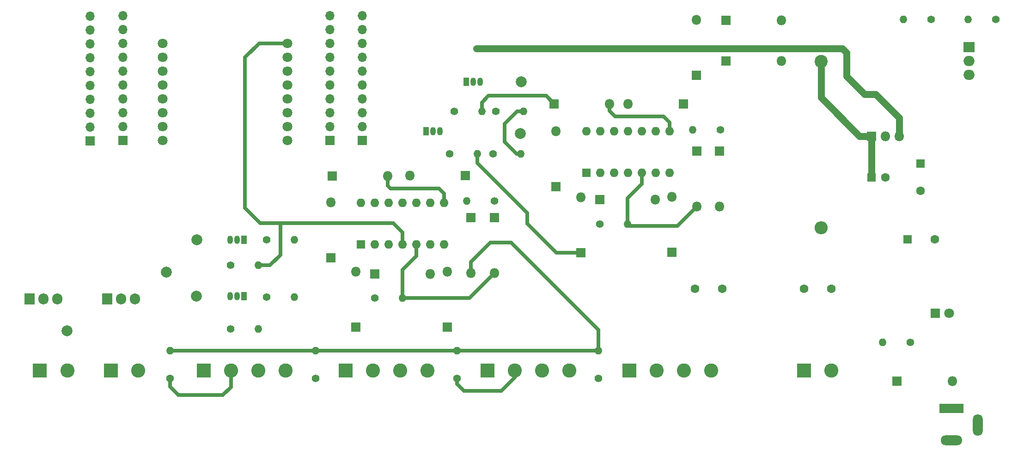
<source format=gbr>
%TF.GenerationSoftware,KiCad,Pcbnew,(5.1.6-0-10_14)*%
%TF.CreationDate,2020-06-01T17:05:25+10:00*%
%TF.ProjectId,Alarm_board_v_1_0,416c6172-6d5f-4626-9f61-72645f765f31,rev?*%
%TF.SameCoordinates,Original*%
%TF.FileFunction,Copper,L1,Top*%
%TF.FilePolarity,Positive*%
%FSLAX46Y46*%
G04 Gerber Fmt 4.6, Leading zero omitted, Abs format (unit mm)*
G04 Created by KiCad (PCBNEW (5.1.6-0-10_14)) date 2020-06-01 17:05:25*
%MOMM*%
%LPD*%
G01*
G04 APERTURE LIST*
%TA.AperFunction,ComponentPad*%
%ADD10R,1.800000X1.800000*%
%TD*%
%TA.AperFunction,ComponentPad*%
%ADD11O,1.800000X1.800000*%
%TD*%
%TA.AperFunction,ComponentPad*%
%ADD12R,2.000000X1.905000*%
%TD*%
%TA.AperFunction,ComponentPad*%
%ADD13O,2.000000X1.905000*%
%TD*%
%TA.AperFunction,ComponentPad*%
%ADD14C,1.600000*%
%TD*%
%TA.AperFunction,ComponentPad*%
%ADD15O,1.800000X4.000000*%
%TD*%
%TA.AperFunction,ComponentPad*%
%ADD16O,4.000000X1.800000*%
%TD*%
%TA.AperFunction,ComponentPad*%
%ADD17R,4.400000X1.800000*%
%TD*%
%TA.AperFunction,ComponentPad*%
%ADD18R,2.600000X2.600000*%
%TD*%
%TA.AperFunction,ComponentPad*%
%ADD19C,2.600000*%
%TD*%
%TA.AperFunction,ComponentPad*%
%ADD20R,1.700000X1.700000*%
%TD*%
%TA.AperFunction,ComponentPad*%
%ADD21O,1.700000X1.700000*%
%TD*%
%TA.AperFunction,ComponentPad*%
%ADD22R,1.905000X2.000000*%
%TD*%
%TA.AperFunction,ComponentPad*%
%ADD23O,1.905000X2.000000*%
%TD*%
%TA.AperFunction,ComponentPad*%
%ADD24C,1.400000*%
%TD*%
%TA.AperFunction,ComponentPad*%
%ADD25O,1.400000X1.400000*%
%TD*%
%TA.AperFunction,ComponentPad*%
%ADD26C,1.800000*%
%TD*%
%TA.AperFunction,ComponentPad*%
%ADD27R,1.600000X1.600000*%
%TD*%
%TA.AperFunction,ComponentPad*%
%ADD28O,1.600000X1.600000*%
%TD*%
%TA.AperFunction,ComponentPad*%
%ADD29C,2.400000*%
%TD*%
%TA.AperFunction,ComponentPad*%
%ADD30O,2.400000X2.400000*%
%TD*%
%TA.AperFunction,ComponentPad*%
%ADD31C,2.000000*%
%TD*%
%TA.AperFunction,ComponentPad*%
%ADD32R,1.050000X1.500000*%
%TD*%
%TA.AperFunction,ComponentPad*%
%ADD33O,1.050000X1.500000*%
%TD*%
%TA.AperFunction,ViaPad*%
%ADD34C,0.800000*%
%TD*%
%TA.AperFunction,Conductor*%
%ADD35C,0.635000*%
%TD*%
%TA.AperFunction,Conductor*%
%ADD36C,1.270000*%
%TD*%
G04 APERTURE END LIST*
D10*
%TO.P,U3,1*%
%TO.N,Net-(C2-Pad1)*%
X199378000Y-97068000D03*
D11*
%TO.P,U3,2*%
%TO.N,GND*%
X201918000Y-97068000D03*
%TO.P,U3,3*%
%TO.N,+5V*%
X204458000Y-97068000D03*
%TD*%
D12*
%TO.P,U2,1*%
%TO.N,Net-(R8-Pad1)*%
X217194000Y-80762000D03*
D13*
%TO.P,U2,2*%
%TO.N,Net-(C2-Pad1)*%
X217194000Y-83302000D03*
%TO.P,U2,3*%
%TO.N,Net-(C1-Pad1)*%
X217194000Y-85842000D03*
%TD*%
D14*
%TO.P,F1,2*%
%TO.N,Net-(F1-Pad2)*%
X192000000Y-125000000D03*
%TO.P,F1,1*%
%TO.N,Net-(F1-Pad1)*%
X187000000Y-125000000D03*
%TD*%
%TO.P,F2,1*%
%TO.N,+12V*%
X167000000Y-125000000D03*
%TO.P,F2,2*%
%TO.N,Net-(D16-Pad1)*%
X172000000Y-125000000D03*
%TD*%
D15*
%TO.P,J4,3*%
%TO.N,N/C*%
X218800000Y-150000000D03*
D16*
%TO.P,J4,2*%
%TO.N,GND*%
X214000000Y-152800000D03*
D17*
%TO.P,J4,1*%
%TO.N,Net-(D5-Pad2)*%
X214000000Y-147000000D03*
%TD*%
D18*
%TO.P,J3,1*%
%TO.N,GND*%
X187000000Y-140000000D03*
D19*
%TO.P,J3,2*%
%TO.N,Net-(F1-Pad2)*%
X192000000Y-140000000D03*
%TD*%
%TO.P,J1,4*%
%TO.N,GND*%
X170000000Y-140000000D03*
%TO.P,J1,3*%
X165000000Y-140000000D03*
%TO.P,J1,2*%
%TO.N,Net-(J1-Pad2)*%
X160000000Y-140000000D03*
D18*
%TO.P,J1,1*%
%TO.N,+12V*%
X155000000Y-140000000D03*
%TD*%
%TO.P,J2,1*%
%TO.N,+12V*%
X129000000Y-140000000D03*
D19*
%TO.P,J2,2*%
%TO.N,Net-(J2-Pad2)*%
X134000000Y-140000000D03*
%TO.P,J2,3*%
%TO.N,GND*%
X139000000Y-140000000D03*
%TO.P,J2,4*%
X144000000Y-140000000D03*
%TD*%
D18*
%TO.P,J5,1*%
%TO.N,+12V*%
X103000000Y-140000000D03*
D19*
%TO.P,J5,2*%
%TO.N,Net-(J5-Pad2)*%
X108000000Y-140000000D03*
%TO.P,J5,3*%
%TO.N,GND*%
X113000000Y-140000000D03*
%TO.P,J5,4*%
X118000000Y-140000000D03*
%TD*%
%TO.P,J6,4*%
%TO.N,GND*%
X92000000Y-140000000D03*
%TO.P,J6,3*%
X87000000Y-140000000D03*
%TO.P,J6,2*%
%TO.N,Net-(J6-Pad2)*%
X82000000Y-140000000D03*
D18*
%TO.P,J6,1*%
%TO.N,+12V*%
X77000000Y-140000000D03*
%TD*%
%TO.P,J7,1*%
%TO.N,Net-(J7-Pad1)*%
X47000000Y-140000000D03*
D19*
%TO.P,J7,2*%
%TO.N,+12V*%
X52000000Y-140000000D03*
%TD*%
%TO.P,J9,2*%
%TO.N,+12V*%
X65000000Y-140000000D03*
D18*
%TO.P,J9,1*%
%TO.N,Net-(J9-Pad1)*%
X60000000Y-140000000D03*
%TD*%
D20*
%TO.P,J13,1*%
%TO.N,/RST*%
X100101400Y-97840800D03*
D21*
%TO.P,J13,2*%
%TO.N,/AO*%
X100101400Y-95300800D03*
%TO.P,J13,3*%
%TO.N,/DO*%
X100101400Y-92760800D03*
%TO.P,J13,4*%
%TO.N,/D5*%
X100101400Y-90220800D03*
%TO.P,J13,5*%
%TO.N,/D6*%
X100101400Y-87680800D03*
%TO.P,J13,6*%
%TO.N,/D7*%
X100101400Y-85140800D03*
%TO.P,J13,7*%
%TO.N,/D8*%
X100101400Y-82600800D03*
%TO.P,J13,8*%
%TO.N,+3V3*%
X100101400Y-80060800D03*
%TO.P,J13,9*%
%TO.N,Net-(J13-Pad9)*%
X100101400Y-77520800D03*
%TO.P,J13,10*%
%TO.N,Net-(J13-Pad10)*%
X100101400Y-74980800D03*
%TD*%
%TO.P,J14,10*%
%TO.N,Net-(J14-Pad10)*%
X62220000Y-74992000D03*
%TO.P,J14,9*%
%TO.N,Net-(J14-Pad9)*%
X62220000Y-77532000D03*
%TO.P,J14,8*%
%TO.N,+5V*%
X62220000Y-80072000D03*
%TO.P,J14,7*%
%TO.N,GND*%
X62220000Y-82612000D03*
%TO.P,J14,6*%
%TO.N,/D4*%
X62220000Y-85152000D03*
%TO.P,J14,5*%
%TO.N,/D3*%
X62220000Y-87692000D03*
%TO.P,J14,4*%
%TO.N,/D2*%
X62220000Y-90232000D03*
%TO.P,J14,3*%
%TO.N,/D1*%
X62220000Y-92772000D03*
%TO.P,J14,2*%
%TO.N,/RX*%
X62220000Y-95312000D03*
D20*
%TO.P,J14,1*%
%TO.N,/TX*%
X62220000Y-97852000D03*
%TD*%
D22*
%TO.P,Q5,1*%
%TO.N,Net-(H5-Pad1)*%
X45100000Y-126900000D03*
D23*
%TO.P,Q5,2*%
%TO.N,Net-(J7-Pad1)*%
X47640000Y-126900000D03*
%TO.P,Q5,3*%
%TO.N,GND*%
X50180000Y-126900000D03*
%TD*%
%TO.P,Q6,3*%
%TO.N,GND*%
X64380000Y-126900000D03*
%TO.P,Q6,2*%
%TO.N,Net-(J9-Pad1)*%
X61840000Y-126900000D03*
D22*
%TO.P,Q6,1*%
%TO.N,Net-(H6-Pad1)*%
X59300000Y-126900000D03*
%TD*%
D24*
%TO.P,R1,1*%
%TO.N,Net-(J1-Pad2)*%
X149352000Y-141478000D03*
D25*
%TO.P,R1,2*%
%TO.N,+3V3*%
X149352000Y-136398000D03*
%TD*%
%TO.P,R2,2*%
%TO.N,+3V3*%
X123444000Y-136398000D03*
D24*
%TO.P,R2,1*%
%TO.N,Net-(J2-Pad2)*%
X123444000Y-141478000D03*
%TD*%
%TO.P,R4,1*%
%TO.N,Net-(D3-Pad1)*%
X171653200Y-95935800D03*
D25*
%TO.P,R4,2*%
%TO.N,Net-(D4-Pad2)*%
X166573200Y-95935800D03*
%TD*%
D24*
%TO.P,R3,1*%
%TO.N,Net-(D1-Pad1)*%
X149580600Y-113182400D03*
D25*
%TO.P,R3,2*%
%TO.N,Net-(D2-Pad2)*%
X154660600Y-113182400D03*
%TD*%
%TO.P,R8,2*%
%TO.N,Net-(C2-Pad1)*%
X205206600Y-75717400D03*
D24*
%TO.P,R8,1*%
%TO.N,Net-(R8-Pad1)*%
X210286600Y-75717400D03*
%TD*%
%TO.P,R9,1*%
%TO.N,GND*%
X222148400Y-75717400D03*
D25*
%TO.P,R9,2*%
%TO.N,Net-(R8-Pad1)*%
X217068400Y-75717400D03*
%TD*%
%TO.P,R10,2*%
%TO.N,+3V3*%
X97536000Y-136398000D03*
D24*
%TO.P,R10,1*%
%TO.N,Net-(J5-Pad2)*%
X97536000Y-141478000D03*
%TD*%
%TO.P,R11,1*%
%TO.N,Net-(J6-Pad2)*%
X70866000Y-141478000D03*
D25*
%TO.P,R11,2*%
%TO.N,+3V3*%
X70866000Y-136398000D03*
%TD*%
D24*
%TO.P,R12,1*%
%TO.N,Net-(D12-Pad1)*%
X108305600Y-126746000D03*
D25*
%TO.P,R12,2*%
%TO.N,Net-(D13-Pad2)*%
X113385600Y-126746000D03*
%TD*%
%TO.P,R13,2*%
%TO.N,Net-(D15-Pad2)*%
X125222000Y-108966000D03*
D24*
%TO.P,R13,1*%
%TO.N,Net-(D14-Pad1)*%
X130302000Y-108966000D03*
%TD*%
D26*
%TO.P,U5,16*%
%TO.N,/TX*%
X69490000Y-97842000D03*
%TO.P,U5,1*%
%TO.N,/RST*%
X92350000Y-97842000D03*
%TO.P,U5,15*%
%TO.N,/RX*%
X69490000Y-95302000D03*
%TO.P,U5,2*%
%TO.N,/AO*%
X92350000Y-95302000D03*
%TO.P,U5,14*%
%TO.N,/D1*%
X69490000Y-92762000D03*
%TO.P,U5,3*%
%TO.N,/DO*%
X92350000Y-92762000D03*
%TO.P,U5,13*%
%TO.N,/D2*%
X69490000Y-90222000D03*
%TO.P,U5,4*%
%TO.N,/D5*%
X92350000Y-90222000D03*
%TO.P,U5,12*%
%TO.N,/D3*%
X69490000Y-87682000D03*
%TO.P,U5,5*%
%TO.N,/D6*%
X92350000Y-87682000D03*
%TO.P,U5,11*%
%TO.N,/D4*%
X69490000Y-85142000D03*
%TO.P,U5,6*%
%TO.N,/D7*%
X92350000Y-85142000D03*
%TO.P,U5,10*%
%TO.N,GND*%
X69490000Y-82602000D03*
%TO.P,U5,7*%
%TO.N,/D8*%
X92350000Y-82602000D03*
%TO.P,U5,9*%
%TO.N,+5V*%
X69490000Y-80062000D03*
%TO.P,U5,8*%
%TO.N,+3V3*%
X92350000Y-80062000D03*
%TD*%
D27*
%TO.P,U1,1*%
%TO.N,Net-(D6-Pad2)*%
X147139000Y-103770800D03*
D28*
%TO.P,U1,8*%
%TO.N,Net-(D8-Pad2)*%
X162379000Y-96150800D03*
%TO.P,U1,2*%
%TO.N,Net-(D1-Pad1)*%
X149679000Y-103770800D03*
%TO.P,U1,9*%
%TO.N,Net-(D3-Pad1)*%
X159839000Y-96150800D03*
%TO.P,U1,3*%
%TO.N,/zone1*%
X152219000Y-103770800D03*
%TO.P,U1,10*%
%TO.N,/zone2*%
X157299000Y-96150800D03*
%TO.P,U1,4*%
%TO.N,+3V3*%
X154759000Y-103770800D03*
%TO.P,U1,11*%
%TO.N,GND*%
X154759000Y-96150800D03*
%TO.P,U1,5*%
%TO.N,Net-(D2-Pad2)*%
X157299000Y-103770800D03*
%TO.P,U1,12*%
%TO.N,Net-(D4-Pad2)*%
X152219000Y-96150800D03*
%TO.P,U1,6*%
%TO.N,/zone1*%
X159839000Y-103770800D03*
%TO.P,U1,13*%
%TO.N,/zone2*%
X149679000Y-96150800D03*
%TO.P,U1,7*%
%TO.N,Net-(D7-Pad2)*%
X162379000Y-103770800D03*
%TO.P,U1,14*%
%TO.N,Net-(D9-Pad2)*%
X147139000Y-96150800D03*
%TD*%
%TO.P,U4,14*%
%TO.N,Net-(D20-Pad2)*%
X105786200Y-109259800D03*
%TO.P,U4,7*%
%TO.N,Net-(D18-Pad2)*%
X121026200Y-116879800D03*
%TO.P,U4,13*%
%TO.N,/zone4*%
X108326200Y-109259800D03*
%TO.P,U4,6*%
%TO.N,/zone3*%
X118486200Y-116879800D03*
%TO.P,U4,12*%
%TO.N,Net-(D15-Pad2)*%
X110866200Y-109259800D03*
%TO.P,U4,5*%
%TO.N,Net-(D13-Pad2)*%
X115946200Y-116879800D03*
%TO.P,U4,11*%
%TO.N,GND*%
X113406200Y-109259800D03*
%TO.P,U4,4*%
%TO.N,+3V3*%
X113406200Y-116879800D03*
%TO.P,U4,10*%
%TO.N,/zone4*%
X115946200Y-109259800D03*
%TO.P,U4,3*%
%TO.N,/zone3*%
X110866200Y-116879800D03*
%TO.P,U4,9*%
%TO.N,Net-(D14-Pad1)*%
X118486200Y-109259800D03*
%TO.P,U4,2*%
%TO.N,Net-(D12-Pad1)*%
X108326200Y-116879800D03*
%TO.P,U4,8*%
%TO.N,Net-(D19-Pad2)*%
X121026200Y-109259800D03*
D27*
%TO.P,U4,1*%
%TO.N,Net-(D17-Pad2)*%
X105786200Y-116879800D03*
%TD*%
D10*
%TO.P,D3,1*%
%TO.N,Net-(D3-Pad1)*%
X171475400Y-99822000D03*
D11*
%TO.P,D3,2*%
%TO.N,+3V3*%
X171475400Y-109982000D03*
%TD*%
%TO.P,D4,2*%
%TO.N,Net-(D4-Pad2)*%
X154762200Y-91160600D03*
D10*
%TO.P,D4,1*%
%TO.N,GND*%
X164922200Y-91160600D03*
%TD*%
D11*
%TO.P,D5,2*%
%TO.N,Net-(D5-Pad2)*%
X214160000Y-142000000D03*
D10*
%TO.P,D5,1*%
%TO.N,Net-(C1-Pad1)*%
X204000000Y-142000000D03*
%TD*%
D11*
%TO.P,D1,2*%
%TO.N,+3V3*%
X159740600Y-108712000D03*
D10*
%TO.P,D1,1*%
%TO.N,Net-(D1-Pad1)*%
X149580600Y-108712000D03*
%TD*%
%TO.P,D2,1*%
%TO.N,GND*%
X167335200Y-99822000D03*
D11*
%TO.P,D2,2*%
%TO.N,Net-(D2-Pad2)*%
X167335200Y-109982000D03*
%TD*%
D10*
%TO.P,D8,1*%
%TO.N,Net-(D8-Pad1)*%
X141224000Y-91160600D03*
D11*
%TO.P,D8,2*%
%TO.N,Net-(D8-Pad2)*%
X151384000Y-91160600D03*
%TD*%
%TO.P,D9,2*%
%TO.N,Net-(D9-Pad2)*%
X141528800Y-96164400D03*
D10*
%TO.P,D9,1*%
%TO.N,Net-(D8-Pad1)*%
X141528800Y-106324400D03*
%TD*%
D11*
%TO.P,D6,2*%
%TO.N,Net-(D6-Pad2)*%
X146075400Y-108254800D03*
D10*
%TO.P,D6,1*%
%TO.N,Net-(D6-Pad1)*%
X146075400Y-118414800D03*
%TD*%
D11*
%TO.P,D7,2*%
%TO.N,Net-(D7-Pad2)*%
X162788600Y-108229400D03*
D10*
%TO.P,D7,1*%
%TO.N,Net-(D6-Pad1)*%
X162788600Y-118389400D03*
%TD*%
D11*
%TO.P,D10,2*%
%TO.N,Net-(C2-Pad1)*%
X182880000Y-83337400D03*
D10*
%TO.P,D10,1*%
%TO.N,Net-(D10-Pad1)*%
X172720000Y-83337400D03*
%TD*%
%TO.P,D12,1*%
%TO.N,Net-(D12-Pad1)*%
X108331000Y-122326400D03*
D11*
%TO.P,D12,2*%
%TO.N,+3V3*%
X118491000Y-122326400D03*
%TD*%
D10*
%TO.P,D13,1*%
%TO.N,GND*%
X130302000Y-112014000D03*
D11*
%TO.P,D13,2*%
%TO.N,Net-(D13-Pad2)*%
X130302000Y-122174000D03*
%TD*%
D10*
%TO.P,D14,1*%
%TO.N,Net-(D14-Pad1)*%
X125984000Y-112014000D03*
D11*
%TO.P,D14,2*%
%TO.N,+3V3*%
X125984000Y-122174000D03*
%TD*%
%TO.P,D15,2*%
%TO.N,Net-(D15-Pad2)*%
X114808000Y-104292400D03*
D10*
%TO.P,D15,1*%
%TO.N,GND*%
X124968000Y-104292400D03*
%TD*%
D11*
%TO.P,D11,2*%
%TO.N,Net-(D10-Pad1)*%
X182880000Y-75844400D03*
D10*
%TO.P,D11,1*%
%TO.N,Net-(D11-Pad1)*%
X172720000Y-75844400D03*
%TD*%
%TO.P,D16,1*%
%TO.N,Net-(D16-Pad1)*%
X167284400Y-85953600D03*
D11*
%TO.P,D16,2*%
%TO.N,Net-(D11-Pad1)*%
X167284400Y-75793600D03*
%TD*%
D10*
%TO.P,D17,1*%
%TO.N,Net-(D17-Pad1)*%
X104902000Y-132080000D03*
D11*
%TO.P,D17,2*%
%TO.N,Net-(D17-Pad2)*%
X104902000Y-121920000D03*
%TD*%
D10*
%TO.P,D18,1*%
%TO.N,Net-(D17-Pad1)*%
X121666000Y-132080000D03*
D11*
%TO.P,D18,2*%
%TO.N,Net-(D18-Pad2)*%
X121666000Y-121920000D03*
%TD*%
D10*
%TO.P,D19,1*%
%TO.N,Net-(D19-Pad1)*%
X100584000Y-104394000D03*
D11*
%TO.P,D19,2*%
%TO.N,Net-(D19-Pad2)*%
X110744000Y-104394000D03*
%TD*%
%TO.P,D20,2*%
%TO.N,Net-(D20-Pad2)*%
X100330000Y-109220000D03*
D10*
%TO.P,D20,1*%
%TO.N,Net-(D19-Pad1)*%
X100330000Y-119380000D03*
%TD*%
D27*
%TO.P,C2,1*%
%TO.N,Net-(C2-Pad1)*%
X199390000Y-104597200D03*
D14*
%TO.P,C2,2*%
%TO.N,GND*%
X201890000Y-104597200D03*
%TD*%
%TO.P,C3,2*%
%TO.N,GND*%
X208356200Y-107082600D03*
D27*
%TO.P,C3,1*%
%TO.N,+5V*%
X208356200Y-102082600D03*
%TD*%
%TO.P,C1,1*%
%TO.N,Net-(C1-Pad1)*%
X206000000Y-116000000D03*
D14*
%TO.P,C1,2*%
%TO.N,GND*%
X211000000Y-116000000D03*
%TD*%
D21*
%TO.P,J8,10*%
%TO.N,Net-(J8-Pad10)*%
X106095800Y-74980800D03*
%TO.P,J8,9*%
%TO.N,Net-(J8-Pad9)*%
X106095800Y-77520800D03*
%TO.P,J8,8*%
%TO.N,+3V3*%
X106095800Y-80060800D03*
%TO.P,J8,7*%
%TO.N,/D8*%
X106095800Y-82600800D03*
%TO.P,J8,6*%
%TO.N,/D7*%
X106095800Y-85140800D03*
%TO.P,J8,5*%
%TO.N,/D6*%
X106095800Y-87680800D03*
%TO.P,J8,4*%
%TO.N,/D5*%
X106095800Y-90220800D03*
%TO.P,J8,3*%
%TO.N,/DO*%
X106095800Y-92760800D03*
%TO.P,J8,2*%
%TO.N,/AO*%
X106095800Y-95300800D03*
D20*
%TO.P,J8,1*%
%TO.N,/RST*%
X106095800Y-97840800D03*
%TD*%
%TO.P,J10,1*%
%TO.N,/TX*%
X56220000Y-97912000D03*
D21*
%TO.P,J10,2*%
%TO.N,/RX*%
X56220000Y-95372000D03*
%TO.P,J10,3*%
%TO.N,/D1*%
X56220000Y-92832000D03*
%TO.P,J10,4*%
%TO.N,/D2*%
X56220000Y-90292000D03*
%TO.P,J10,5*%
%TO.N,/D3*%
X56220000Y-87752000D03*
%TO.P,J10,6*%
%TO.N,/D4*%
X56220000Y-85212000D03*
%TO.P,J10,7*%
%TO.N,GND*%
X56220000Y-82672000D03*
%TO.P,J10,8*%
%TO.N,+5V*%
X56220000Y-80132000D03*
%TO.P,J10,9*%
%TO.N,Net-(J10-Pad9)*%
X56220000Y-77592000D03*
%TO.P,J10,10*%
%TO.N,Net-(J10-Pad10)*%
X56220000Y-75052000D03*
%TD*%
D29*
%TO.P,R5,1*%
%TO.N,Net-(C2-Pad1)*%
X190093600Y-83362800D03*
D30*
%TO.P,R5,2*%
%TO.N,Net-(F1-Pad1)*%
X190093600Y-113842800D03*
%TD*%
D10*
%TO.P,D21,1*%
%TO.N,GND*%
X211074000Y-129540000D03*
D26*
%TO.P,D21,2*%
%TO.N,Net-(D21-Pad2)*%
X213614000Y-129540000D03*
%TD*%
D24*
%TO.P,R16,1*%
%TO.N,Net-(D21-Pad2)*%
X206502000Y-134874000D03*
D25*
%TO.P,R16,2*%
%TO.N,+12V*%
X201422000Y-134874000D03*
%TD*%
D31*
%TO.P,H2,1*%
%TO.N,Net-(H2-Pad1)*%
X135153400Y-87071200D03*
%TD*%
%TO.P,H3,1*%
%TO.N,Net-(H3-Pad1)*%
X75641200Y-126415800D03*
%TD*%
%TO.P,H4,1*%
%TO.N,Net-(H4-Pad1)*%
X75768200Y-116027200D03*
%TD*%
D24*
%TO.P,R6,1*%
%TO.N,Net-(H1-Pad1)*%
X129997200Y-100304600D03*
D25*
%TO.P,R6,2*%
%TO.N,+3V3*%
X135077200Y-100304600D03*
%TD*%
%TO.P,R7,2*%
%TO.N,+3V3*%
X135585200Y-92532200D03*
D24*
%TO.P,R7,1*%
%TO.N,Net-(H2-Pad1)*%
X130505200Y-92532200D03*
%TD*%
%TO.P,R14,1*%
%TO.N,Net-(H3-Pad1)*%
X81889600Y-132410200D03*
D25*
%TO.P,R14,2*%
%TO.N,+3V3*%
X86969600Y-132410200D03*
%TD*%
%TO.P,R15,2*%
%TO.N,+3V3*%
X86995000Y-120700800D03*
D24*
%TO.P,R15,1*%
%TO.N,Net-(H4-Pad1)*%
X81915000Y-120700800D03*
%TD*%
D31*
%TO.P,H1,1*%
%TO.N,Net-(H1-Pad1)*%
X135026400Y-96570800D03*
%TD*%
%TO.P,H5,1*%
%TO.N,Net-(H5-Pad1)*%
X51917600Y-132740400D03*
%TD*%
%TO.P,H6,1*%
%TO.N,Net-(H6-Pad1)*%
X70129400Y-122021600D03*
%TD*%
D32*
%TO.P,Q1,1*%
%TO.N,GND*%
X117703600Y-96189800D03*
D33*
%TO.P,Q1,3*%
%TO.N,Net-(H1-Pad1)*%
X120243600Y-96189800D03*
%TO.P,Q1,2*%
%TO.N,Net-(Q1-Pad2)*%
X118973600Y-96189800D03*
%TD*%
%TO.P,Q2,2*%
%TO.N,Net-(Q2-Pad2)*%
X126415800Y-87071200D03*
%TO.P,Q2,3*%
%TO.N,Net-(H2-Pad1)*%
X127685800Y-87071200D03*
D32*
%TO.P,Q2,1*%
%TO.N,GND*%
X125145800Y-87071200D03*
%TD*%
%TO.P,Q3,1*%
%TO.N,GND*%
X84404200Y-126415800D03*
D33*
%TO.P,Q3,3*%
%TO.N,Net-(H3-Pad1)*%
X81864200Y-126415800D03*
%TO.P,Q3,2*%
%TO.N,Net-(Q3-Pad2)*%
X83134200Y-126415800D03*
%TD*%
%TO.P,Q4,2*%
%TO.N,Net-(Q4-Pad2)*%
X83134200Y-116027200D03*
%TO.P,Q4,3*%
%TO.N,Net-(H4-Pad1)*%
X81864200Y-116027200D03*
D32*
%TO.P,Q4,1*%
%TO.N,GND*%
X84404200Y-116027200D03*
%TD*%
D25*
%TO.P,R17,2*%
%TO.N,Net-(D6-Pad1)*%
X127152400Y-100304600D03*
D24*
%TO.P,R17,1*%
%TO.N,Net-(Q1-Pad2)*%
X122072400Y-100304600D03*
%TD*%
%TO.P,R18,1*%
%TO.N,Net-(Q2-Pad2)*%
X122885200Y-92532200D03*
D25*
%TO.P,R18,2*%
%TO.N,Net-(D8-Pad1)*%
X127965200Y-92532200D03*
%TD*%
D24*
%TO.P,R19,1*%
%TO.N,Net-(Q3-Pad2)*%
X88519000Y-126568200D03*
D25*
%TO.P,R19,2*%
%TO.N,Net-(D17-Pad1)*%
X93599000Y-126568200D03*
%TD*%
%TO.P,R20,2*%
%TO.N,Net-(D19-Pad1)*%
X93599000Y-116027200D03*
D24*
%TO.P,R20,1*%
%TO.N,Net-(Q4-Pad2)*%
X88519000Y-116027200D03*
%TD*%
D34*
%TO.N,+5V*%
X127000000Y-81026000D03*
%TD*%
D35*
%TO.N,Net-(J6-Pad2)*%
X70866000Y-141478000D02*
X70866000Y-143002000D01*
X70866000Y-143002000D02*
X72390000Y-144526000D01*
X72390000Y-144526000D02*
X80518000Y-144526000D01*
X82000000Y-143044000D02*
X82000000Y-140000000D01*
X80518000Y-144526000D02*
X82000000Y-143044000D01*
%TO.N,+3V3*%
X70866000Y-136398000D02*
X97536000Y-136398000D01*
X97536000Y-136398000D02*
X123444000Y-136398000D01*
X123444000Y-136398000D02*
X149352000Y-136398000D01*
X149352000Y-136398000D02*
X149352000Y-132588000D01*
X149352000Y-132588000D02*
X133350000Y-116586000D01*
X133350000Y-116586000D02*
X129540000Y-116586000D01*
X125984000Y-120142000D02*
X125984000Y-122174000D01*
X129540000Y-116586000D02*
X125984000Y-120142000D01*
X87146200Y-80062000D02*
X92350000Y-80062000D01*
X84556600Y-82651600D02*
X87146200Y-80062000D01*
X84556600Y-110261400D02*
X84556600Y-82651600D01*
X87325200Y-113030000D02*
X84556600Y-110261400D01*
X113406200Y-114676200D02*
X111760000Y-113030000D01*
X113406200Y-116879800D02*
X113406200Y-114676200D01*
X86995000Y-120700800D02*
X89154000Y-120700800D01*
X91033600Y-113030000D02*
X87325200Y-113030000D01*
X91033600Y-118821200D02*
X91033600Y-113030000D01*
X89154000Y-120700800D02*
X91033600Y-118821200D01*
X111760000Y-113030000D02*
X91033600Y-113030000D01*
X135585200Y-92532200D02*
X134416800Y-92532200D01*
X134416800Y-92532200D02*
X132156200Y-94792800D01*
X132156200Y-94792800D02*
X132156200Y-98120200D01*
X134340600Y-100304600D02*
X135077200Y-100304600D01*
X132156200Y-98120200D02*
X134340600Y-100304600D01*
D36*
%TO.N,+5V*%
X204458000Y-97068000D02*
X204458000Y-93714000D01*
X204458000Y-93714000D02*
X200152000Y-89408000D01*
X200152000Y-89408000D02*
X198120000Y-89408000D01*
X198120000Y-89408000D02*
X194818000Y-86106000D01*
X194818000Y-86106000D02*
X194818000Y-81788000D01*
X194818000Y-81788000D02*
X194056000Y-81026000D01*
X194056000Y-81026000D02*
X127000000Y-81026000D01*
X127000000Y-81026000D02*
X127000000Y-81026000D01*
D35*
%TO.N,Net-(D2-Pad2)*%
X167335200Y-109982000D02*
X163779200Y-113538000D01*
X155016200Y-113538000D02*
X154660600Y-113182400D01*
X163779200Y-113538000D02*
X155016200Y-113538000D01*
X154660600Y-113182400D02*
X154660600Y-108483400D01*
X157299000Y-105845000D02*
X157299000Y-103770800D01*
X154660600Y-108483400D02*
X157299000Y-105845000D01*
%TO.N,Net-(D8-Pad2)*%
X162379000Y-96150800D02*
X162379000Y-94561000D01*
X162379000Y-94561000D02*
X161290000Y-93472000D01*
X161290000Y-93472000D02*
X152400000Y-93472000D01*
X151384000Y-92456000D02*
X151384000Y-91160600D01*
X152400000Y-93472000D02*
X151384000Y-92456000D01*
%TO.N,Net-(D19-Pad2)*%
X110744000Y-104394000D02*
X110744000Y-106172000D01*
X110744000Y-106172000D02*
X111252000Y-106680000D01*
X111252000Y-106680000D02*
X120142000Y-106680000D01*
X121026200Y-107564200D02*
X121026200Y-109259800D01*
X120142000Y-106680000D02*
X121026200Y-107564200D01*
%TO.N,Net-(D8-Pad1)*%
X127965200Y-92532200D02*
X127965200Y-90881200D01*
X127965200Y-90881200D02*
X129184400Y-89662000D01*
X139725400Y-89662000D02*
X141224000Y-91160600D01*
X129184400Y-89662000D02*
X139725400Y-89662000D01*
%TO.N,Net-(D6-Pad1)*%
X146075400Y-118414800D02*
X141605000Y-118414800D01*
X141605000Y-118414800D02*
X136296400Y-113106200D01*
X136296400Y-113106200D02*
X136296400Y-111175800D01*
X127152400Y-102031800D02*
X127152400Y-100304600D01*
X136296400Y-111175800D02*
X127152400Y-102031800D01*
D36*
%TO.N,Net-(C2-Pad1)*%
X199390000Y-97080000D02*
X199378000Y-97068000D01*
X199390000Y-104597200D02*
X199390000Y-97080000D01*
X199378000Y-97068000D02*
X197144000Y-97068000D01*
X190093600Y-90017600D02*
X190093600Y-83362800D01*
X197144000Y-97068000D02*
X190093600Y-90017600D01*
D35*
%TO.N,Net-(D13-Pad2)*%
X113385600Y-126746000D02*
X113385600Y-121564400D01*
X115946200Y-119003800D02*
X115946200Y-116879800D01*
X113385600Y-121564400D02*
X115946200Y-119003800D01*
X125730000Y-126746000D02*
X130302000Y-122174000D01*
X113385600Y-126746000D02*
X125730000Y-126746000D01*
%TO.N,Net-(J2-Pad2)*%
X123444000Y-141478000D02*
X123444000Y-142494000D01*
X123444000Y-142494000D02*
X124714000Y-143764000D01*
X124714000Y-143764000D02*
X131572000Y-143764000D01*
X134000000Y-141336000D02*
X134000000Y-140000000D01*
X131572000Y-143764000D02*
X134000000Y-141336000D01*
%TD*%
M02*

</source>
